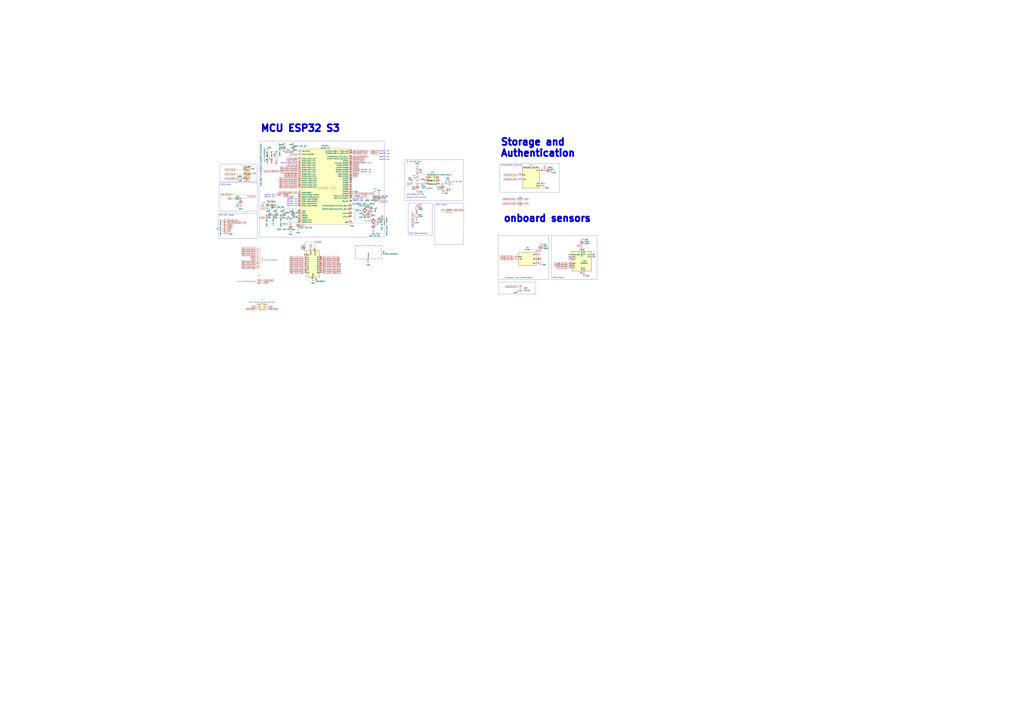
<source format=kicad_sch>
(kicad_sch (version 20230121) (generator eeschema)
  (paper "A0")
  (lib_symbols
    (symbol "Authentication & Security ICs:ATSHA204A-MAHDA-T" (pin_names (offset 1.016))
      (property "Reference" "U" (at -9.906 7.62 0))
      (property "Value" "ATSHA204A-MAHDA-T" (at -10.1854 -15.2654 0))
      (symbol "ATSHA204A-MAHDA-T_0_0"
        (pin power_in line (at 15.24 -10.16 180) (length 5.08) (name "GND") (number "4"))
        (pin bidirectional line (at -15.24 -2.54 0) (length 5.08) (name "SDA") (number "5"))
        (pin input clock (at -15.24 2.54 0) (length 5.08) (name "SCL") (number "6"))
        (pin power_in line (at 15.24 7.62 180) (length 5.08) (name "VCC") (number "8"))
        (pin power_in line (at 15.24 -7.62 180) (length 5.08) (name "EXP") (number "9"))
      )
    )
    (symbol "Connector:Conn_01x07_Socket" (pin_names (offset 1.016) hide)
      (property "Reference" "J" (at 0 10.16 0))
      (property "Value" "Conn_01x07_Socket" (at 0 -10.16 0))
      (symbol "Conn_01x07_Socket_1_1"
        (pin passive line (at -5.08 7.62 0) (length 3.81) (name "Pin_1") (number "1"))
        (pin passive line (at -5.08 5.08 0) (length 3.81) (name "Pin_2") (number "2"))
        (pin passive line (at -5.08 2.54 0) (length 3.81) (name "Pin_3") (number "3"))
        (pin passive line (at -5.08 0 0) (length 3.81) (name "Pin_4") (number "4"))
        (pin passive line (at -5.08 -2.54 0) (length 3.81) (name "Pin_5") (number "5"))
        (pin passive line (at -5.08 -5.08 0) (length 3.81) (name "Pin_6") (number "6"))
        (pin passive line (at -5.08 -7.62 0) (length 3.81) (name "Pin_7") (number "7"))
      )
    )
    (symbol "Connector:Conn_01x10_Socket" (pin_names (offset 1.016) hide)
      (property "Reference" "J" (at 0 12.7 0))
      (property "Value" "Conn_01x10_Socket" (at 0 -15.24 0))
      (symbol "Conn_01x10_Socket_1_1"
        (pin passive line (at -5.08 10.16 0) (length 3.81) (name "Pin_1") (number "1"))
        (pin passive line (at -5.08 -12.7 0) (length 3.81) (name "Pin_10") (number "10"))
        (pin passive line (at -5.08 7.62 0) (length 3.81) (name "Pin_2") (number "2"))
        (pin passive line (at -5.08 5.08 0) (length 3.81) (name "Pin_3") (number "3"))
        (pin passive line (at -5.08 2.54 0) (length 3.81) (name "Pin_4") (number "4"))
        (pin passive line (at -5.08 0 0) (length 3.81) (name "Pin_5") (number "5"))
        (pin passive line (at -5.08 -2.54 0) (length 3.81) (name "Pin_6") (number "6"))
        (pin passive line (at -5.08 -5.08 0) (length 3.81) (name "Pin_7") (number "7"))
        (pin passive line (at -5.08 -7.62 0) (length 3.81) (name "Pin_8") (number "8"))
        (pin passive line (at -5.08 -10.16 0) (length 3.81) (name "Pin_9") (number "9"))
      )
    )
    (symbol "Connector:Screw_Terminal_01x02" (pin_names (offset 1.016) hide)
      (property "Reference" "J" (at 0 2.54 0))
      (property "Value" "Screw_Terminal_01x02" (at 0 -5.08 0))
      (symbol "Screw_Terminal_01x02_1_1"
        (pin passive line (at -5.08 0 0) (length 3.81) (name "Pin_1") (number "1"))
        (pin passive line (at -5.08 -2.54 0) (length 3.81) (name "Pin_2") (number "2"))
      )
    )
    (symbol "Connector:TestPoint" (pin_numbers hide) (pin_names (offset 0.762) hide)
      (property "Reference" "TP" (at 0 6.858 0))
      (property "Value" "TestPoint" (at 0 5.08 0))
      (symbol "TestPoint_1_1"
        (pin passive line (at 0 0 90) (length 2.54) (name "1") (number "1"))
      )
    )
    (symbol "Connector_Generic:Conn_02x03_Counter_Clockwise" (pin_names (offset 1.016) hide)
      (property "Reference" "J" (at 1.27 5.08 0))
      (property "Value" "Conn_02x03_Counter_Clockwise" (at 1.27 -5.08 0))
      (symbol "Conn_02x03_Counter_Clockwise_1_1"
        (pin passive line (at -5.08 2.54 0) (length 3.81) (name "Pin_1") (number "1"))
        (pin passive line (at -5.08 0 0) (length 3.81) (name "Pin_2") (number "2"))
        (pin passive line (at -5.08 -2.54 0) (length 3.81) (name "Pin_3") (number "3"))
        (pin passive line (at 7.62 -2.54 180) (length 3.81) (name "Pin_4") (number "4"))
        (pin passive line (at 7.62 0 180) (length 3.81) (name "Pin_5") (number "5"))
        (pin passive line (at 7.62 2.54 180) (length 3.81) (name "Pin_6") (number "6"))
      )
    )
    (symbol "Device:Buzzer" (pin_names (offset 0.0254) hide)
      (property "Reference" "BZ" (at 3.81 1.27 0))
      (property "Value" "Buzzer" (at 3.81 -1.27 0))
      (symbol "Buzzer_1_1"
        (pin passive line (at -2.54 2.54 0) (length 2.54) (name "-") (number "1"))
        (pin passive line (at -2.54 -2.54 0) (length 2.54) (name "+") (number "2"))
      )
    )
    (symbol "Device:C" (pin_numbers hide) (pin_names (offset 0.254))
      (property "Reference" "C" (at 0.635 2.54 0))
      (property "Value" "C" (at 0.635 -2.54 0))
      (symbol "C_1_1"
        (pin passive line (at 0 3.81 270) (length 2.794) (name "~") (number "1"))
        (pin passive line (at 0 -3.81 90) (length 2.794) (name "~") (number "2"))
      )
    )
    (symbol "Device:Crystal_GND24_Small" (pin_names (offset 1.016) hide)
      (property "Reference" "Y" (at 1.27 4.445 0))
      (property "Value" "Crystal_GND24_Small" (at 1.27 2.54 0))
      (symbol "Crystal_GND24_Small_1_1"
        (pin passive line (at -2.54 0 0) (length 1.27) (name "1") (number "1"))
        (pin passive line (at 0 -2.54 90) (length 0.635) (name "2") (number "2"))
        (pin passive line (at 2.54 0 180) (length 1.27) (name "3") (number "3"))
        (pin passive line (at 0 2.54 270) (length 0.635) (name "4") (number "4"))
      )
    )
    (symbol "Device:L" (pin_numbers hide) (pin_names (offset 1.016) hide)
      (property "Reference" "L" (at -1.27 0 90))
      (property "Value" "L" (at 1.905 0 90))
      (symbol "L_1_1"
        (pin passive line (at 0 3.81 270) (length 1.27) (name "1") (number "1"))
        (pin passive line (at 0 -3.81 90) (length 1.27) (name "2") (number "2"))
      )
    )
    (symbol "Device:LED_GBRC" (pin_names (offset 0) hide)
      (property "Reference" "D" (at 0 9.398 0))
      (property "Value" "Device_LED_GBRC" (at 0 -8.89 0))
      (symbol "LED_GBRC_0_0"
        (text "B" (at 1.905 -6.35 0) (effects (font (size 1.27 1.27))))
        (text "G" (at 1.905 -1.27 0) (effects (font (size 1.27 1.27))))
        (text "R" (at 1.905 3.81 0) (effects (font (size 1.27 1.27))))
      )
      (symbol "LED_GBRC_1_1"
        (pin passive line (at 5.08 0 180) (length 2.54) (name "GA") (number "1"))
        (pin passive line (at 5.08 -5.08 180) (length 2.54) (name "BA") (number "2"))
        (pin passive line (at 5.08 5.08 180) (length 2.54) (name "RA") (number "3"))
        (pin passive line (at -5.08 0 0) (length 2.54) (name "K") (number "4"))
      )
    )
    (symbol "Device:Polyfuse" (pin_numbers hide) (pin_names (offset 0))
      (property "Reference" "F" (at -2.54 0 90))
      (property "Value" "Polyfuse" (at 2.54 0 90))
      (symbol "Polyfuse_1_1"
        (pin passive line (at 0 3.81 270) (length 1.27) (name "~") (number "1"))
        (pin passive line (at 0 -3.81 90) (length 1.27) (name "~") (number "2"))
      )
    )
    (symbol "Device:R" (pin_numbers hide) (pin_names (offset 0))
      (property "Reference" "R" (at 2.032 0 90))
      (property "Value" "R" (at 0 0 90))
      (symbol "R_1_1"
        (pin passive line (at 0 3.81 270) (length 1.27) (name "~") (number "1"))
        (pin passive line (at 0 -3.81 90) (length 1.27) (name "~") (number "2"))
      )
    )
    (symbol "Device:RFShield_OnePiece" (pin_names (offset 1.016))
      (property "Reference" "J" (at 0 5.08 0))
      (property "Value" "RFShield_OnePiece" (at 0 2.54 0))
      (symbol "RFShield_OnePiece_1_1"
        (pin passive line (at 0 -10.16 90) (length 2.54) (name "Shield") (number "1"))
      )
    )
    (symbol "Espressif:ESP32-S3" (pin_names (offset 1.016))
      (property "Reference" "U" (at 0 46.99 0))
      (property "Value" "ESP32-S3" (at 0 -43.18 0))
      (symbol "ESP32-S3_0_0"
        (text "ESP32-S3" (at 1.27 0 0) (effects (font (size 2.54 2.54))))
        (pin bidirectional line (at 30.48 -8.89 180) (length 2.54) (name "SPICLK_N/GPIO48") (number "36"))
        (pin bidirectional line (at 30.48 -11.43 180) (length 2.54) (name "SPICLK_P/GPIO47") (number "37"))
      )
      (symbol "ESP32-S3_1_1"
        (pin bidirectional line (at -31.75 43.18 0) (length 2.54) (name "LNA_IN/RF") (number "1"))
        (pin bidirectional line (at -31.75 24.13 0) (length 2.54) (name "GPIO5/ADC1_CH4") (number "10"))
        (pin bidirectional line (at -31.75 21.59 0) (length 2.54) (name "GPIO6/ADC1_CH5") (number "11"))
        (pin bidirectional line (at -31.75 19.05 0) (length 2.54) (name "GPIO7/ADC1_CH6") (number "12"))
        (pin bidirectional line (at -31.75 16.51 0) (length 2.54) (name "GPIO8/ADC1_CH7") (number "13"))
        (pin bidirectional line (at -31.75 13.97 0) (length 2.54) (name "GPIO9/ADC1_CH8") (number "14"))
        (pin bidirectional line (at -31.75 11.43 0) (length 2.54) (name "GPIO10/ADC1_CH9") (number "15"))
        (pin bidirectional line (at -31.75 8.89 0) (length 2.54) (name "GPIO11/ADC2_CH0") (number "16"))
        (pin bidirectional line (at -31.75 6.35 0) (length 2.54) (name "GPIO12/ADC2_CH1") (number "17"))
        (pin bidirectional line (at -31.75 3.81 0) (length 2.54) (name "GPIO13/ADC2_CH2") (number "18"))
        (pin bidirectional line (at -31.75 1.27 0) (length 2.54) (name "GPIO14/ADC2_CH3") (number "19"))
        (pin power_in line (at -31.75 -31.75 0) (length 2.54) (name "VDD3P3") (number "2"))
        (pin power_in line (at -31.75 -36.83 0) (length 2.54) (name "VDD3P3_RTC") (number "20"))
        (pin input clock (at 30.48 -20.32 180) (length 2.54) (name "GPIO15/ADC2_CH4/XTAL_32K_P") (number "21"))
        (pin output clock (at 30.48 -24.13 180) (length 2.54) (name "GPIO16/ADC2_CH5/XTAL_32K_N") (number "22"))
        (pin bidirectional line (at 30.48 34.29 180) (length 2.54) (name "GPIO17/ADC2_CH6/DAC_2") (number "23"))
        (pin bidirectional line (at 30.48 36.83 180) (length 2.54) (name "GPIO18/ADC2_CH7/DAC_1") (number "24"))
        (pin bidirectional line (at 30.48 43.18 180) (length 2.54) (name "GPIO19/USB_D-/ADC2_CH8") (number "25"))
        (pin bidirectional line (at 30.48 40.64 180) (length 2.54) (name "GPIO20/USB_D+/ADC2_CH9") (number "26"))
        (pin bidirectional line (at 30.48 31.75 180) (length 2.54) (name "GPIO21") (number "27"))
        (pin bidirectional line (at 30.48 29.21 180) (length 2.54) (name "SPI_CS1/GPIO26") (number "28"))
        (pin power_out line (at 30.48 -15.24 180) (length 2.54) (name "VDD_SPI") (number "29"))
        (pin power_in line (at -31.75 -34.29 0) (length 2.54) (name "VDD3P3") (number "3"))
        (pin bidirectional line (at 30.48 26.67 180) (length 2.54) (name "SPIHD/GPIO27") (number "30"))
        (pin bidirectional line (at 30.48 24.13 180) (length 2.54) (name "SPIWP/GPIO28") (number "31"))
        (pin bidirectional line (at 30.48 21.59 180) (length 2.54) (name "SPICS0/GPIO29") (number "32"))
        (pin bidirectional line (at 30.48 19.05 180) (length 2.54) (name "SPICLK/GPIO30") (number "33"))
        (pin bidirectional line (at 30.48 16.51 180) (length 2.54) (name "SPIQ/GPIO31") (number "34"))
        (pin bidirectional line (at 30.48 13.97 180) (length 2.54) (name "SPID/GPIO32") (number "35"))
        (pin bidirectional line (at 30.48 11.43 180) (length 2.54) (name "GPIO33") (number "38"))
        (pin bidirectional line (at 30.48 8.89 180) (length 2.54) (name "GPIO34") (number "39"))
        (pin input line (at -31.75 39.37 0) (length 2.54) (name "CHIP_PU/RESET") (number "4"))
        (pin bidirectional line (at 30.48 6.35 180) (length 2.54) (name "GPIO35") (number "40"))
        (pin bidirectional line (at 30.48 3.81 180) (length 2.54) (name "GPIO36") (number "41"))
        (pin bidirectional line (at 30.48 1.27 180) (length 2.54) (name "GPIO37") (number "42"))
        (pin bidirectional line (at 30.48 -1.27 180) (length 2.54) (name "GPIO38") (number "43"))
        (pin bidirectional line (at -31.75 -12.7 0) (length 2.54) (name "MTCK/JTAG/GPIO39") (number "44"))
        (pin bidirectional line (at -31.75 -15.24 0) (length 2.54) (name "MTDO/JTAG/GPIO40") (number "45"))
        (pin power_in line (at -31.75 -39.37 0) (length 2.54) (name "VDD3P3_CPU") (number "46"))
        (pin bidirectional line (at -31.75 -17.78 0) (length 2.54) (name "MTDI/JTAG/GPIO41") (number "47"))
        (pin bidirectional line (at -31.75 -20.32 0) (length 2.54) (name "MTMS/JTAG/GPIO42") (number "48"))
        (pin bidirectional line (at -31.75 -7.62 0) (length 2.54) (name "U0TXD/PROG/GPIO43") (number "49"))
        (pin bidirectional line (at -31.75 -5.08 0) (length 2.54) (name "GPIO0/BOOT") (number "5"))
        (pin bidirectional line (at -31.75 -10.16 0) (length 2.54) (name "U0RXD/PROG/GPIO44") (number "50"))
        (pin bidirectional line (at 30.48 -3.81 180) (length 2.54) (name "GPIO45") (number "51"))
        (pin bidirectional line (at 30.48 -6.35 180) (length 2.54) (name "GPIO46") (number "52"))
        (pin input clock (at 30.48 -29.21 180) (length 2.54) (name "XTAL_N") (number "53"))
        (pin output clock (at 30.48 -33.02 180) (length 2.54) (name "XTAL_P") (number "54"))
        (pin power_in line (at -31.75 -26.67 0) (length 2.54) (name "VDDA") (number "55"))
        (pin power_in line (at -31.75 -29.21 0) (length 2.54) (name "VDDA") (number "56"))
        (pin power_in line (at 30.48 -39.37 180) (length 2.54) (name "GND") (number "57"))
        (pin bidirectional line (at -31.75 34.29 0) (length 2.54) (name "GPIO1/ADC1_CH0") (number "6"))
        (pin bidirectional line (at -31.75 31.75 0) (length 2.54) (name "GPIO2/ADC1_CH1") (number "7"))
        (pin bidirectional line (at -31.75 29.21 0) (length 2.54) (name "GPIO3/ADC1_CH2") (number "8"))
        (pin bidirectional line (at -31.75 26.67 0) (length 2.54) (name "GPIO4/ADC1_CH3") (number "9"))
      )
    )
    (symbol "Logic_LevelTranslator:TXS0108EPW"
      (property "Reference" "U" (at -6.35 16.51 0))
      (property "Value" "TXS0108EPW" (at 3.81 16.51 0))
      (symbol "TXS0108EPW_1_1"
        (pin bidirectional line (at -10.16 7.62 0) (length 2.54) (name "A1") (number "1"))
        (pin input line (at -10.16 10.16 0) (length 2.54) (name "OE") (number "10"))
        (pin power_in line (at 0 -17.78 90) (length 2.54) (name "GND") (number "11"))
        (pin bidirectional line (at 10.16 -10.16 180) (length 2.54) (name "B8") (number "12"))
        (pin bidirectional line (at 10.16 -7.62 180) (length 2.54) (name "B7") (number "13"))
        (pin bidirectional line (at 10.16 -5.08 180) (length 2.54) (name "B6") (number "14"))
        (pin bidirectional line (at 10.16 -2.54 180) (length 2.54) (name "B5") (number "15"))
        (pin bidirectional line (at 10.16 0 180) (length 2.54) (name "B4") (number "16"))
        (pin bidirectional line (at 10.16 2.54 180) (length 2.54) (name "B3") (number "17"))
        (pin bidirectional line (at 10.16 5.08 180) (length 2.54) (name "B2") (number "18"))
        (pin power_in line (at 2.54 17.78 270) (length 2.54) (name "VCCB") (number "19"))
        (pin power_in line (at -2.54 17.78 270) (length 2.54) (name "VCCA") (number "2"))
        (pin bidirectional line (at 10.16 7.62 180) (length 2.54) (name "B1") (number "20"))
        (pin bidirectional line (at -10.16 5.08 0) (length 2.54) (name "A2") (number "3"))
        (pin bidirectional line (at -10.16 2.54 0) (length 2.54) (name "A3") (number "4"))
        (pin bidirectional line (at -10.16 0 0) (length 2.54) (name "A4") (number "5"))
        (pin bidirectional line (at -10.16 -2.54 0) (length 2.54) (name "A5") (number "6"))
        (pin bidirectional line (at -10.16 -5.08 0) (length 2.54) (name "A6") (number "7"))
        (pin bidirectional line (at -10.16 -7.62 0) (length 2.54) (name "A7") (number "8"))
        (pin bidirectional line (at -10.16 -10.16 0) (length 2.54) (name "A8") (number "9"))
      )
    )
    (symbol "Power_Management:ST01S09_AUR9718x_DFN_3x3mm_6_pin"
      (property "Reference" "AU1" (at -2.54 10.033 0))
      (property "Value" "AUR9718x_DFN_3x3mm_6_pin" (at -2.54 7.493 0))
      (symbol "ST01S09_AUR9718x_DFN_3x3mm_6_pin_1_1"
        (pin input line (at -10.16 3.048 0) (length 2.54) (name "FB") (number "1"))
        (pin output line (at -10.16 -0.254 0) (length 2.54) (name "GND") (number "2"))
        (pin bidirectional line (at -10.16 -4.064 0) (length 2.54) (name "SW") (number "3"))
        (pin input line (at 5.08 -4.064 180) (length 2.54) (name "VIN_SW") (number "4"))
        (pin power_out line (at 5.08 -0.254 180) (length 2.54) (name "VIN_A") (number "5"))
        (pin power_in line (at 5.08 3.048 180) (length 2.54) (name "EN") (number "6"))
        (pin output line (at -10.16 -0.254 0) (length 2.54) (name "GND") (number "7"))
      )
    )
    (symbol "RF:U.FL-R-SMT(01)" (pin_names (offset 1.016))
      (property "Reference" "J" (at -3.81 4.064 0))
      (property "Value" "U.FL-R-SMT(01)" (at -4.318 -5.588 0))
      (symbol "U.FL-R-SMT(01)_0_0"
        (pin passive line (at -10.16 -2.54 0) (length 2.54) (name "GND") (number "1"))
        (pin passive line (at -10.16 -2.54 0) (length 2.54) (name "GND") (number "2"))
        (pin passive line (at -10.16 2.54 0) (length 2.54) (name "SIG") (number "3"))
      )
    )
    (symbol "RF_WiFi:SMD-BUILT-IN-ANTENNA-2.4GHZ(2P-9.5X2.1MM)" (pin_names (offset 1.016))
      (property "Reference" "ANT" (at -2.54 1.905 0))
      (property "Value" "SMD-BUILT-IN-ANTENNA-2.4GHZ(2P-9.5X2.1MM)" (at -20.828 5.588 0))
      (symbol "SMD-BUILT-IN-ANTENNA-2.4GHZ(2P-9.5X2.1MM)_0_0"
        (pin bidirectional line (at -7.62 0 0) (length 2.54) (name "1") (number "1"))
        (pin bidirectional line (at 7.62 0 180) (length 2.54) (name "2") (number "2"))
      )
    )
    (symbol "Sensor:AHT20" (pin_names (offset 1.016))
      (property "Reference" "U" (at -10.16 8.509 0))
      (property "Value" "AHT20" (at -10.16 -10.16 0))
      (symbol "AHT20_0_0"
        (pin no_connect line (at 15.24 0 180) (length 5.08) (name "NC") (number "1"))
        (pin power_in line (at 15.24 5.08 180) (length 5.08) (name "VDD") (number "2"))
        (pin input clock (at -15.24 2.54 0) (length 5.08) (name "SCL") (number "3"))
        (pin bidirectional line (at -15.24 0 0) (length 5.08) (name "SDA") (number "4"))
        (pin power_in line (at 15.24 -5.08 180) (length 5.08) (name "GND") (number "5"))
        (pin no_connect line (at 15.24 0 180) (length 5.08) (name "NC") (number "6"))
      )
    )
    (symbol "Sensor_Motion:LSM6DS3"
      (property "Reference" "U" (at -11.43 15.24 0))
      (property "Value" "LSM6DS3" (at -11.43 12.7 0))
      (symbol "LSM6DS3_1_1"
        (pin bidirectional line (at -15.24 7.62 0) (length 3.81) (name "SDO/SA0") (number "1"))
        (pin no_connect line (at 10.16 -5.08 180) (length 3.81) hide (name "NC") (number "10"))
        (pin no_connect line (at 10.16 -2.54 180) (length 3.81) hide (name "NC") (number "11"))
        (pin input line (at -15.24 -7.62 0) (length 3.81) (name "CS") (number "12"))
        (pin input line (at -15.24 -5.08 0) (length 3.81) (name "SCL") (number "13"))
        (pin bidirectional line (at -15.24 -2.54 0) (length 3.81) (name "SDA") (number "14"))
        (pin bidirectional line (at -15.24 5.08 0) (length 3.81) (name "SDX") (number "2"))
        (pin input line (at -15.24 2.54 0) (length 3.81) (name "SCX") (number "3"))
        (pin output line (at 15.24 7.62 180) (length 3.81) (name "INT1") (number "4"))
        (pin power_in line (at 0 15.24 270) (length 3.81) (name "VDDIO") (number "5"))
        (pin power_in line (at 0 -15.24 90) (length 3.81) (name "GND") (number "6"))
        (pin power_in line (at 2.54 -15.24 90) (length 3.81) (name "GND") (number "7"))
        (pin power_in line (at 2.54 15.24 270) (length 3.81) (name "VDD") (number "8"))
        (pin output line (at 15.24 5.08 180) (length 3.81) (name "INT2") (number "9"))
      )
    )
    (symbol "power:GND" (power) (pin_names (offset 0))
      (property "Value" "GND" (at 0 -3.81 0))
      (symbol "GND_1_1"
        (pin power_in line (at 0 0 270) (length 0) hide (name "GND") (number "1"))
      )
    )
  )
  (junction (at 340.4362 253.0348))
  (junction (at 509.7526 209.8294))
  (junction (at 337.3882 260.2738))
  (junction (at 315.9252 242.1128))
  (junction (at 509.7526 213.6394))
  (junction (at 433.5272 259.5118))
  (junction (at 329.7682 175.5648))
  (junction (at 513.8166 213.6394))
  (junction (at 346.2782 253.0348))
  (junction (at 310.7182 242.1128))
  (junction (at 346.2782 258.1148))
  (junction (at 279.4762 230.6828))
  (junction (at 321.0052 175.5648))
  (junction (at 435.1782 233.9848))
  (junction (at 423.6212 241.8588))
  (junction (at 483.9716 246.0244))
  (junction (at 321.0052 253.0348))
  (junction (at 484.4796 202.0824))
  (junction (at 484.4796 213.6394))
  (junction (at 346.2782 245.4148))
  (junction (at 365.9632 281.2796))
  (junction (at 313.3852 253.0348))
  (junction (at 678.1292 318.8208))
  (junction (at 517.8806 213.6394))
  (junction (at 340.4362 175.5648))
  (junction (at 423.6212 247.0658))
  (junction (at 329.7682 253.0348))
  (junction (at 675.5892 288.3408))
  (junction (at 409.7782 225.0948))
  (junction (at 433.5272 254.4318))
  (junction (at 513.8166 221.8944))
  (no_connect (at 660.3492 298.5008))
  (no_connect (at 408.5082 227.6348))
  (no_connect (at 660.3492 295.9608))
  (no_connect (at 408.5082 230.1748))
  (no_connect (at 346.2782 239.0648))
  (no_connect (at 690.8292 298.5008))
  (no_connect (at 346.2782 231.4448))
  (no_connect (at 660.3492 301.0408))
  (no_connect (at 321.0052 190.8048))
  (no_connect (at 346.2782 236.5248))
  (no_connect (at 690.8292 295.9608))
  (no_connect (at 631.9266 213.36))
  (no_connect (at 346.2782 233.9848))
  (wire (pts (xy 431.2412 248.5898) (xy 431.2412 249.6058)))
  (wire (pts (xy 423.6212 247.0658) (xy 411.8102 247.0658)))
  (polyline (pts (xy 639.9022 324.7898) (xy 693.2422 324.7898)))
  (wire (pts (xy 433.5272 267.2588) (xy 433.5272 267.1318)))
  (wire (pts (xy 353.2124 281.2542) (xy 353.2124 283.6418)))
  (wire (pts (xy 274.2692 202.3618) (xy 281.8892 202.3618)))
  (wire (pts (xy 479.0186 246.0244) (xy 483.9716 246.0244)))
  (wire (pts (xy 486.8926 213.6394) (xy 484.4796 213.6394)))
  (wire (pts (xy 315.4172 175.5648) (xy 321.0052 175.5648)))
  (polyline (pts (xy 473.8116 235.8644) (xy 502.0056 235.8644)))
  (polyline (pts (xy 538.3276 236.1184) (xy 538.0736 284.1244)))
  (wire (pts (xy 484.4796 202.0824) (xy 494.5126 202.0824)))
  (wire (pts (xy 632.4346 198.12) (xy 631.9266 198.12)))
  (polyline (pts (xy 255.2192 190.9318) (xy 255.2192 211.2518)))
  (polyline (pts (xy 502.0056 235.8644) (xy 502.0056 272.9484)))
  (polyline (pts (xy 299.2882 212.2678) (xy 299.2882 245.4148)))
  (polyline (pts (xy 253.5936 277.1648) (xy 298.5516 277.1648)))
  (wire (pts (xy 430.9872 256.9718) (xy 430.0982 256.9718)))
  (wire (pts (xy 353.2124 281.2542) (xy 365.9632 281.2796)))
  (wire (pts (xy 297.8912 353.949) (xy 310.5912 353.949)))
  (polyline (pts (xy 470.0016 233.1974) (xy 470.0016 185.3184)))
  (polyline (pts (xy 504.7996 284.1244) (xy 538.0736 284.1244)))
  (polyline (pts (xy 298.5516 248.2088) (xy 298.5516 277.1648)))
  (wire (pts (xy 340.4362 175.5648) (xy 346.2782 175.5648)))
  (wire (pts (xy 327.3552 226.3648) (xy 327.9902 226.3648)))
  (wire (pts (xy 313.3852 253.0348) (xy 321.0052 253.0348)))
  (polyline (pts (xy 578.866 341.8586) (xy 622.046 341.8586)))
  (wire (pts (xy 423.6212 248.5898) (xy 423.6212 247.0658)))
  (wire (pts (xy 421.0812 244.5258) (xy 420.1922 244.5258)))
  (wire (pts (xy 415.4932 242.8748) (xy 415.4932 241.8588)))
  (wire (pts (xy 675.5892 285.5468) (xy 675.5892 288.3408)))
  (polyline (pts (xy 298.3992 190.9318) (xy 255.2192 190.9318)))
  (wire (pts (xy 270.0782 230.6828) (xy 271.8562 230.6828)))
  (wire (pts (xy 346.2782 245.4148) (xy 346.2782 247.9548)))
  (polyline (pts (xy 301.3202 163.8808) (xy 446.1002 163.8808)))
  (polyline (pts (xy 578.866 327.8886) (xy 578.866 341.8586)))
  (wire (pts (xy 353.2378 296.5196) (xy 353.2632 296.5196)))
  (wire (pts (xy 509.7526 209.8294) (xy 509.7526 213.6394)))
  (wire (pts (xy 483.9716 245.8974) (xy 483.9716 246.0244)))
  (wire (pts (xy 287.0962 225.9838) (xy 287.0962 230.6828)))
  (wire (pts (xy 509.7526 206.5274) (xy 509.7526 209.8294)))
  (wire (pts (xy 411.4292 259.5118) (xy 433.5272 259.5118)))
  (wire (pts (xy 310.7182 242.1128) (xy 315.9252 242.1128)))
  (polyline (pts (xy 446.1002 275.3868) (xy 301.3202 275.3868)))
  (wire (pts (xy 433.5272 254.4318) (xy 412.9532 254.4318)))
  (wire (pts (xy 408.5082 233.9848) (xy 435.1782 233.9848)))
  (wire (pts (xy 270.0782 225.9838) (xy 287.0962 225.9838)))
  (wire (pts (xy 513.8166 222.7834) (xy 513.8166 221.8944)))
  (wire (pts (xy 678.1292 288.3408) (xy 675.5892 288.3408)))
  (wire (pts (xy 365.9632 281.2542) (xy 365.9632 281.2796)))
  (wire (pts (xy 513.8166 221.8944) (xy 513.8166 221.2594)))
  (polyline (pts (xy 254.3302 245.2878) (xy 254.3302 212.2678)))
  (wire (pts (xy 435.1782 233.9848) (xy 440.0042 233.9848)))
  (wire (pts (xy 346.2782 242.1128) (xy 346.2782 245.4148)))
  (polyline (pts (xy 639.9022 273.8628) (xy 693.2422 273.8628)))
  (wire (pts (xy 411.8102 239.0648) (xy 408.5082 239.0648)))
  (wire (pts (xy 411.8102 239.0648) (xy 411.8102 247.0658)))
  (wire (pts (xy 342.0872 228.9048) (xy 346.2782 228.9048)))
  (polyline (pts (xy 578.4596 273.7612) (xy 636.9812 273.8628)))
  (wire (pts (xy 423.6212 241.8588) (xy 415.4932 241.8588)))
  (polyline (pts (xy 299.4152 245.2878) (xy 254.3302 245.2878)))
  (wire (pts (xy 365.9632 281.2796) (xy 367.03 281.2796)))
  (wire (pts (xy 337.3882 260.2738) (xy 333.4512 260.2738)))
  (polyline (pts (xy 639.9022 324.7898) (xy 639.9022 273.8628)))
  (polyline (pts (xy 622.046 341.8586) (xy 622.046 327.8886)))
  (wire (pts (xy 494.5126 206.5274) (xy 494.5126 202.0824)))
  (wire (pts (xy 411.4292 251.7648) (xy 411.4292 259.5118)))
  (wire (pts (xy 292.0492 202.3618) (xy 297.1292 202.3618)))
  (wire (pts (xy 412.9532 254.4318) (xy 412.9532 247.9548)))
  (wire (pts (xy 433.5272 259.6388) (xy 433.5272 259.5118)))
  (wire (pts (xy 337.3882 255.5748) (xy 337.3882 260.2738)))
  (polyline (pts (xy 470.0016 185.3184) (xy 537.9466 185.3184)))
  (wire (pts (xy 434.6702 241.8588) (xy 435.4322 241.8588)))
  (wire (pts (xy 627.761 291.3888) (xy 627.761 295.7576)))
  (wire (pts (xy 433.5272 254.3048) (xy 433.5272 254.4318)))
  (polyline (pts (xy 580.1106 223.52) (xy 580.1106 189.992)))
  (polyline (pts (xy 502.0056 272.9484) (xy 473.8116 272.9484)))
  (wire (pts (xy 660.3492 311.2008) (xy 660.2222 311.2008)))
  (wire (pts (xy 436.9562 254.4318) (xy 433.5272 254.4318)))
  (wire (pts (xy 340.4362 253.0348) (xy 346.2782 253.0348)))
  (wire (pts (xy 333.4512 260.2738) (xy 333.4512 258.1148)))
  (wire (pts (xy 365.9632 281.2542) (xy 367.03 281.2542)))
  (wire (pts (xy 310.3372 174.0408) (xy 310.3372 175.5648)))
  (wire (pts (xy 410.4132 225.0948) (xy 409.7782 225.0948)))
  (polyline (pts (xy 253.5936 248.2088) (xy 253.5936 277.1648)))
  (wire (pts (xy 367.03 281.2542) (xy 367.03 281.2796)))
  (wire (pts (xy 440.0042 226.3648) (xy 440.0042 225.7298)))
  (polyline (pts (xy 580.1106 189.992) (xy 649.3256 189.992)))
  (wire (pts (xy 365.9632 281.2796) (xy 365.9632 288.8996)))
  (wire (pts (xy 353.2378 291.2618) (xy 353.2378 296.5196)))
  (polyline (pts (xy 473.8116 235.8644) (xy 473.8116 272.9484)))
  (wire (pts (xy 346.2782 250.4948) (xy 346.2782 253.0348)))
  (wire (pts (xy 409.7782 225.0948) (xy 408.5082 225.0948)))
  (wire (pts (xy 321.0052 175.5648) (xy 329.7682 175.5648)))
  (wire (pts (xy 346.2782 255.5748) (xy 337.3882 255.5748)))
  (polyline (pts (xy 537.9466 233.1974) (xy 470.0016 233.1974)))
  (polyline (pts (xy 578.4596 324.6882) (xy 636.9812 324.7898)))
  (wire (pts (xy 346.1512 223.8248) (xy 346.2782 223.8248)))
  (wire (pts (xy 678.1292 318.8208) (xy 675.5892 318.8208)))
  (wire (pts (xy 321.0052 253.0348) (xy 329.7682 253.0348)))
  (polyline (pts (xy 636.9812 273.8628) (xy 636.9812 324.7898)))
  (polyline (pts (xy 622.046 327.8886) (xy 578.866 327.8886)))
  (wire (pts (xy 333.4512 258.1148) (xy 346.2782 258.1148)))
  (polyline (pts (xy 504.7996 284.1244) (xy 505.0536 236.1184)))
  (polyline (pts (xy 254.3302 212.2678) (xy 299.2882 212.2678)))
  (wire (pts (xy 335.6102 226.3648) (xy 346.2782 226.3648)))
  (wire (pts (xy 308.8132 242.1128) (xy 310.7182 242.1128)))
  (polyline (pts (xy 649.3256 189.992) (xy 649.3256 223.52)))
  (wire (pts (xy 478.0026 213.6394) (xy 484.4796 213.6394)))
  (polyline (pts (xy 693.2422 273.8628) (xy 693.2422 324.7898)))
  (wire (pts (xy 601.726 332.9686) (xy 602.742 332.9686)))
  (wire (pts (xy 345.3892 189.5348) (xy 346.2782 189.5348)))
  (wire (pts (xy 423.6212 241.8588) (xy 423.6212 241.9858)))
  (wire (pts (xy 509.7526 213.6394) (xy 513.8166 213.6394)))
  (wire (pts (xy 337.3882 175.5648) (xy 340.4362 175.5648)))
  (wire (pts (xy 484.4796 202.0824) (xy 484.4796 203.7334)))
  (polyline (pts (xy 505.0536 236.1184) (xy 538.3276 236.1184)))
  (polyline (pts (xy 537.9466 185.3184) (xy 537.9466 233.1974)))
  (wire (pts (xy 353.2124 283.6418) (xy 353.2378 283.6418)))
  (polyline (pts (xy 255.2192 211.2518) (xy 298.3992 211.2518)))
  (polyline (pts (xy 298.5516 248.2088) (xy 253.5936 248.2088)))
  (wire (pts (xy 408.5082 251.7648) (xy 411.4292 251.7648)))
  (polyline (pts (xy 446.1002 163.8808) (xy 446.1002 275.3868)))
  (wire (pts (xy 315.9252 242.1128) (xy 346.2782 242.1128)))
  (wire (pts (xy 513.8166 213.6394) (xy 517.8806 213.6394)))
  (polyline (pts (xy 578.4596 324.6882) (xy 578.4596 273.7612)))
  (wire (pts (xy 484.4796 213.6394) (xy 484.4796 211.3534)))
  (wire (pts (xy 410.7942 228.1428) (xy 409.7782 228.1428)))
  (wire (pts (xy 409.7782 228.1428) (xy 409.7782 225.0948)))
  (polyline (pts (xy 301.3202 275.3868) (xy 301.3202 163.8808)))
  (wire (pts (xy 420.1922 228.1428) (xy 418.4142 228.1428)))
  (polyline (pts (xy 649.3256 223.52) (xy 580.1106 223.52)))
  (wire (pts (xy 412.9532 247.9548) (xy 408.5082 247.9548)))
  (wire (pts (xy 408.5082 242.8748) (xy 415.4932 242.8748)))
  (wire (pts (xy 308.0512 253.0348) (xy 313.3852 253.0348)))
  (wire (pts (xy 427.0502 241.8588) (xy 423.6212 241.8588)))
  (wire (pts (xy 287.0962 230.6828) (xy 279.4762 230.6828)))
  (wire (pts (xy 337.3882 253.0348) (xy 340.4362 253.0348)))
  (wire (pts (xy 483.9716 246.0244) (xy 483.9716 246.6594)))
  (polyline (pts (xy 298.3992 211.2518) (xy 298.3992 190.9318)))
  (wire (pts (xy 435.1782 226.3648) (xy 435.1782 223.9518)))
  (wire (pts (xy 517.8806 213.6394) (xy 519.4046 213.6394)))
  (wire (pts (xy 281.8892 197.2818) (xy 274.3962 197.2818)))
  (text "Specific use" (at 419.0492 200.5838 0) (effects (font (size 1.27 1.27)) (justify left bottom)))
  (text "Vout=0.8x(1+R1/R2)" (at 471.7796 226.5934 0) (effects (font (size 1.27 1.27) italic) (justify left bottom)))
  (text "Specific use" (at 440.2582 186.0296 0) (effects (font (size 1.27 1.27)) (justify left bottom)))
  (text "onboard sensors" (at 584.0984 258.3434 0) (effects (font (size 8 8) (thickness 2) bold) (justify left bottom)))
  (text "3V3: R1=47K; R2=15K;" (at 472.1606 230.2764 0) (effects (font (size 1.27 1.27)) (justify left bottom)))
  (text "Specific use" (at 440.1058 176.1744 0) (effects (font (size 1.27 1.27)) (justify left bottom)))
  (text "Specific use" (at 418.9222 197.9168 0) (effects (font (size 1.27 1.27)) (justify left bottom)))
  (text "Specific use" (at 409.5242 231.8258 0) (effects (font (size 1.27 1.27)) (justify left bottom)))
  (text "Power Status Sensing" (at 474.8276 271.9324 0) (effects (font (size 1.27 1.27)) (justify left bottom)))
  (text "Specific use" (at 333.1972 237.0328 0) (effects (font (size 1.27 1.27)) (justify left bottom)))
  (text "DC 3V3 step down" (at 471.7796 188.6204 0) (effects (font (size 1.27 1.27)) (justify left bottom)))
  (text "Specific use" (at 333.0702 232.0798 0) (effects (font (size 1.27 1.27)) (justify left bottom)))
  (text "Specific use" (at 325.8312 190.1698 0) (effects (font (size 1.27 1.27)) (justify left bottom)))
  (text "ESP32 Reset" (at 255.7272 215.3158 0) (effects (font (size 1.27 1.27) italic) (justify left bottom)))
  (text "Specific use" (at 440.4868 178.9684 0) (effects (font (size 1.27 1.27)) (justify left bottom)))
  (text "Specific use" (at 418.7952 190.0428 0) (effects (font (size 1.27 1.27)) (justify left bottom)))
  (text "Authentication & Security" (at 581.5076 192.659 0) (effects (font (size 1.27 1.27) italic) (justify left bottom)))
  (text "Storage and \nAuthentication" (at 580.6694 182.5752 0) (effects (font (size 8 8) (thickness 2) bold) (justify left bottom)))
  (text "Specific use" (at 440.0042 182.753 0) (effects (font (size 1.27 1.27)) (justify left bottom)))
  (text "Specific use" (at 409.5242 233.7308 0) (effects (font (size 1.27 1.27)) (justify left bottom)))
  (text "Specific use" (at 307.0352 226.9998 0) (effects (font (size 1.27 1.27)) (justify left bottom)))
  (text "VIN 2.7V to 5.5V" (at 520.2936 211.8614 0) (effects (font (size 1.27 1.27) italic) (justify left bottom)))
  (text "Temperature and Humidity Sensor" (at 585.8002 323.5198 0) (effects (font (size 1.27 1.27)) (justify left bottom)))
  (text "Power Switch" (at 506.3236 238.6584 0) (effects (font (size 1.27 1.27)) (justify left bottom)))
  (text "ICSP UART Header" (at 254.2286 250.7488 0) (effects (font (size 1.27 1.27)) (justify left bottom)))
  (text "1uF to 6.8uF" (at 489.4326 219.7354 0) (effects (font (size 1.27 1.27) italic) (justify left bottom)))
  (text "MCU ESP32 S3" (at 301.9552 153.7208 0) (effects (font (size 8 8) (thickness 2) bold) (justify left bottom)))
  (text "Motion Sensor" (at 641.4262 323.3928 0) (effects (font (size 1.27 1.27)) (justify left bottom)))
  (text "Specific use" (at 333.0702 234.4928 0) (effects (font (size 1.27 1.27)) (justify left bottom)))
  (text "Specific use" (at 332.9432 239.5728 0) (effects (font (size 1.27 1.27)) (justify left bottom)))
  (text "Specific use" (at 306.9082 229.4128 0) (effects (font (size 1.27 1.27)) (justify left bottom)))
  (label "3V3" (at 297.1292 202.3618 180))
  (global_label "BAT_LEVEL_CH4" (shape input) (at 353.2632 306.6796 180) (property "Intersheetrefs" "${INTERSHEET_REFS}" (effects hide)))
  (global_label "BUZZER_IO17" (shape input) (at 408.5082 184.4548 0) (effects (font italic)) (property "Intersheetrefs" "${INTERSHEET_REFS}" (effects hide)))
  (global_label "BAT_LEVEL_CH2_IO6" (shape input) (at 373.5832 301.5996 0) (property "Intersheetrefs" "${INTERSHEET_REFS}" (effects hide)))
  (global_label "GPIO9_I2C_SCL" (shape input) (at 600.1512 231.2924 180) (property "Intersheetrefs" "${INTERSHEET_REFS}" (effects hide)))
  (global_label "IMU_CS_IO21" (shape input) (at 408.5082 186.9948 0) (effects (font italic)) (property "Intersheetrefs" "${INTERSHEET_REFS}" (effects hide)))
  (global_label "IO14_LED_G" (shape input) (at 274.2692 202.3618 180) (property "Intersheetrefs" "${INTERSHEET_REFS}" (effects hide)))
  (global_label "BAT_LEVEL_CH8_IO14" (shape input) (at 346.2782 217.4748 180) (property "Intersheetrefs" "${INTERSHEET_REFS}" (effects hide)))
  (global_label "BAT_LEVEL_CH1_IO5" (shape input) (at 373.5832 299.0596 0) (property "Intersheetrefs" "${INTERSHEET_REFS}" (effects hide)))
  (global_label "BAT_LEVEL_CH4_IO10" (shape input) (at 373.5832 306.6796 0) (property "Intersheetrefs" "${INTERSHEET_REFS}" (effects hide)))
  (global_label "CHIP_EN" (shape input) (at 346.2782 179.3748 180) (property "Intersheetrefs" "${INTERSHEET_REFS}" (effects hide)))
  (global_label "PWR_HOME" (shape input) (at 297.8912 359.029 180) (property "Intersheetrefs" "${INTERSHEET_REFS}" (effects hide)))
  (global_label "BAT_LEVEL_CH5_IO11" (shape input) (at 373.5832 309.2196 0) (property "Intersheetrefs" "${INTERSHEET_REFS}" (effects hide)))
  (global_label "DAC_CALIBRATION" (shape input) (at 324.9168 199.0344 180) (effects (font italic)) (property "Intersheetrefs" "${INTERSHEET_REFS}" (effects hide)))
  (global_label "LED_R_IO06" (shape input) (at 346.2782 184.4548 180) (property "Intersheetrefs" "${INTERSHEET_REFS}" (effects hide)))
  (global_label "SPID" (shape input) (at 408.5082 204.7748 0) (effects (font italic)) (property "Intersheetrefs" "${INTERSHEET_REFS}" (effects hide)))
  (global_label "TXD0" (shape input) (at 262.6106 263.906 0) (property "Intersheetrefs" "${INTERSHEET_REFS}" (effects hide)))
  (global_label "3V3" (shape input) (at 675.5892 285.5468 180) (property "Intersheetrefs" "${INTERSHEET_REFS}" (effects hide)))
  (global_label "RST_RTS_EN" (shape input) (at 262.6106 256.286 0) (property "Intersheetrefs" "${INTERSHEET_REFS}" (effects hide)))
  (global_label "SPIQ" (shape input) (at 408.5082 202.2348 0) (effects (font italic)) (property "Intersheetrefs" "${INTERSHEET_REFS}" (effects hide)))
  (global_label "BAT_LEVEL_CH2" (shape input) (at 297.4086 291.1602 180) (property "Intersheetrefs" "${INTERSHEET_REFS}" (effects hide)))
  (global_label "GPIO9_I2C_SCL" (shape input) (at 346.2782 204.7748 180) (property "Intersheetrefs" "${INTERSHEET_REFS}" (effects hide)))
  (global_label "GPIO9_I2C_SCL" (shape input) (at 597.281 298.2976 180) (property "Intersheetrefs" "${INTERSHEET_REFS}" (effects hide)))
  (global_label "BUZZER_IO17" (shape input) (at 601.726 332.9686 180) (effects (font italic)) (property "Intersheetrefs" "${INTERSHEET_REFS}" (effects hide)))
  (global_label "BAT_LEVEL_CH2_IO6" (shape input) (at 346.2782 197.1548 180) (property "Intersheetrefs" "${INTERSHEET_REFS}" (effects hide)))
  (global_label "LED_R_IO06" (shape input) (at 274.2692 207.4418 180) (property "Intersheetrefs" "${INTERSHEET_REFS}" (effects hide)))
  (global_label "VIN" (shape input) (at 262.6106 268.986 0) (property "Intersheetrefs" "${INTERSHEET_REFS}" (effects hide)))
  (global_label "VIN" (shape input) (at 483.9716 238.2774 0) (property "Intersheetrefs" "${INTERSHEET_REFS}" (effects hide)))
  (global_label "3V3" (shape input) (at 270.0782 230.6828 180) (property "Intersheetrefs" "${INTERSHEET_REFS}" (effects hide)))
  (global_label "BAT_SENSE_IO21" (shape input) (at 408.5082 178.1048 0) (effects (font italic)) (property "Intersheetrefs" "${INTERSHEET_REFS}" (effects hide)))
  (global_label "RST_RTS_EN" (shape input) (at 270.0782 225.9838 180) (property "Intersheetrefs" "${INTERSHEET_REFS}" (effects hide)))
  (global_label "BAT_LEVEL_CH1_IO5" (shape input) (at 346.2782 194.6148 180) (property "Intersheetrefs" "${INTERSHEET_REFS}" (effects hide)))
  (global_label "PWR" (shape input) (at 310.5912 356.489 0) (property "Intersheetrefs" "${INTERSHEET_REFS}" (effects hide)))
  (global_label "GPIO8_I2C_SDA" (shape input) (at 346.2782 202.2348 180) (property "Intersheetrefs" "${INTERSHEET_REFS}" (effects hide)))
  (global_label "SPICS1" (shape input) (at 408.5082 189.5348 0) (effects (font italic)) (property "Intersheetrefs" "${INTERSHEET_REFS}" (effects hide)))
  (global_label "GPIO9_I2C_SCL" (shape input) (at 601.4466 203.2 180) (property "Intersheetrefs" "${INTERSHEET_REFS}" (effects hide)))
  (global_label "GPIO9_I2C_SCL" (shape input) (at 660.3492 308.6608 180) (property "Intersheetrefs" "${INTERSHEET_REFS}" (effects hide)))
  (global_label "VIN" (shape input) (at 360.8832 288.8996 90) (property "Intersheetrefs" "${INTERSHEET_REFS}" (effects hide)))
  (global_label "DAC_CALIBRATION" (shape input) (at 408.5082 175.5648 0) (effects (font italic)) (property "Intersheetrefs" "${INTERSHEET_REFS}" (effects hide)))
  (global_label "3V3" (shape input) (at 632.4346 198.12 90) (property "Intersheetrefs" "${INTERSHEET_REFS}" (effects hide)))
  (global_label "IO13_LED_B" (shape input) (at 346.2782 192.0748 180) (property "Intersheetrefs" "${INTERSHEET_REFS}" (effects hide)))
  (global_label "GND" (shape input) (at 297.4086 301.3202 180) (property "Intersheetrefs" "${INTERSHEET_REFS}" (effects hide)))
  (global_label "TXD0" (shape input) (at 327.3552 226.3648 180) (property "Intersheetrefs" "${INTERSHEET_REFS}" (effects hide)))
  (global_label "BAT_LEVEL_CH7" (shape input) (at 353.2632 314.2996 180) (property "Intersheetrefs" "${INTERSHEET_REFS}" (effects hide)))
  (global_label "BAT_LEVEL_CH3_IO7" (shape input) (at 373.5832 304.1396 0) (property "Intersheetrefs" "${INTERSHEET_REFS}" (effects hide)))
  (global_label "BAT_LEVEL_CH6_IO12" (shape input) (at 346.2782 212.3948 180) (property "Intersheetrefs" "${INTERSHEET_REFS}" (effects hide)))
  (global_label "IO13_LED_B" (shape input) (at 274.3962 197.2818 180) (property "Intersheetrefs" "${INTERSHEET_REFS}" (effects hide)))
  (global_label "BAT_LEVEL_CH7_IO13" (shape input) (at 346.2782 214.9348 180) (property "Intersheetrefs" "${INTERSHEET_REFS}" (effects hide)))
  (global_label "GPIO8_I2C_SDA" (shape input) (at 660.3492 306.1208 180) (property "Intersheetrefs" "${INTERSHEET_REFS}" (effects hide)))
  (global_label "3V3" (shape input) (at 367.03 281.2542 0) (property "Intersheetrefs" "${INTERSHEET_REFS}" (effects hide)))
  (global_label "GPIO8_I2C_SDA" (shape input) (at 597.281 300.8376 180) (property "Intersheetrefs" "${INTERSHEET_REFS}" (effects hide)))
  (global_label "3V3" (shape input) (at 262.6106 266.446 0) (property "Intersheetrefs" "${INTERSHEET_REFS}" (effects hide)))
  (global_label "PWR_HOME" (shape input) (at 305.5112 325.8058 0) (property "Intersheetrefs" "${INTERSHEET_REFS}" (effects hide)))
  (global_label "BAT_LEVEL_CH1" (shape input) (at 297.4086 288.6202 180) (property "Intersheetrefs" "${INTERSHEET_REFS}" (effects hide)))
  (global_label "DAC_CALIBRATION" (shape input) (at 408.5082 181.9148 0) (effects (font italic)) (property "Intersheetrefs" "${INTERSHEET_REFS}" (effects hide)))
  (global_label "3V3" (shape input) (at 607.7712 236.3724 0) (property "Intersheetrefs" "${INTERSHEET_REFS}" (effects hide)))
  (global_label "3V3" (shape input) (at 607.7712 231.2924 0) (property "Intersheetrefs" "${INTERSHEET_REFS}" (effects hide)))
  (global_label "3V3" (shape input) (at 478.0026 213.6394 180) (property "Intersheetrefs" "${INTERSHEET_REFS}" (effects hide)))
  (global_label "BAT_LEVEL_CH3" (shape input) (at 297.4086 293.7002 180) (property "Intersheetrefs" "${INTERSHEET_REFS}" (effects hide)))
  (global_label "ESP_GPIO0_BOOT-DTR" (shape input) (at 262.6106 258.826 0) (property "Intersheetrefs" "${INTERSHEET_REFS}" (effects hide)))
  (global_label "GPIO8_I2C_SDA" (shape input) (at 601.4466 208.28 180) (property "Intersheetrefs" "${INTERSHEET_REFS}" (effects hide)))
  (global_label "ESP_GPIO0_BOOT-DTR" (shape input) (at 346.1512 223.8248 180) (property "Intersheetrefs" "${INTERSHEET_REFS}" (effects hide)))
  (global_label "BAT_LEVEL_CH8" (shape input) (at 297.4086 311.4802 180) (property "Intersheetrefs" "${INTERSHEET_REFS}" (effects hide)))
  (global_label "CHIP_EN" (shape input) (at 287.0962 228.1428 0) (property "Intersheetrefs" "${INTERSHEET_REFS}" (effects hide)))
  (global_label "USB_D-" (shape input) (at 429.4378 175.5394 0) (property "Intersheetrefs" "${INTERSHEET_REFS}" (effects hide)))
  (global_label "SPICLK" (shape input) (at 408.5082 199.6948 0) (effects (font italic)) (property "Intersheetrefs" "${INTERSHEET_REFS}" (effects hide)))
  (global_label "BAT_LEVEL_CH4" (shape input) (at 297.4086 296.2402 180) (property "Intersheetrefs" "${INTERSHEET_REFS}" (effects hide)))
  (global_label "IO14_LED_G" (shape input) (at 346.2782 186.9948 180) (property "Intersheetrefs" "${INTERSHEET_REFS}" (effects hide)))
  (global_label "BAT_LEVEL_CH8_IO14" (shape input) (at 373.5832 316.8396 0) (property "Intersheetrefs" "${INTERSHEET_REFS}" (effects hide)))
  (global_label "VDD_SPI" (shape input) (at 440.0042 233.9848 0) (property "Intersheetrefs" "${INTERSHEET_REFS}" (effects hide)))
  (global_label "BAT_LEVEL_CH6" (shape input) (at 297.4086 306.4002 180) (property "Intersheetrefs" "${INTERSHEET_REFS}" (effects hide)))
  (global_label "GPIO8_I2C_SDA" (shape input) (at 600.1512 236.3724 180) (property "Intersheetrefs" "${INTERSHEET_REFS}" (effects hide)))
  (global_label "IMU_CS_IO21" (shape input) (at 660.2222 311.2008 180) (effects (font italic)) (property "Intersheetrefs" "${INTERSHEET_REFS}" (effects hide)))
  (global_label "PWR_HOME" (shape input) (at 525.3228 244.1448 0) (property "Intersheetrefs" "${INTERSHEET_REFS}" (effects hide)))
  (global_label "3V3" (shape input) (at 333.4512 260.2738 180) (property "Intersheetrefs" "${INTERSHEET_REFS}" (effects hide)))
  (global_label "BAT_LEVEL_CH3_IO7" (shape input) (at 346.2782 199.6948 180) (property "Intersheetrefs" "${INTERSHEET_REFS}" (effects hide)))
  (global_label "PWR" (shape input) (at 297.8912 356.489 180) (property "Intersheetrefs" "${INTERSHEET_REFS}" (effects hide)))
  (global_label "3V3" (shape input) (at 308.0512 253.0348 180) (property "Intersheetrefs" "${INTERSHEET_REFS}" (effects hide)))
  (global_label "BAT_LEVEL_CH5_IO11" (shape input) (at 346.2782 209.8548 180) (property "Intersheetrefs" "${INTERSHEET_REFS}" (effects hide)))
  (global_label "BAT_SENSE_IO21" (shape input) (at 479.0186 246.0244 270) (effects (font italic)) (property "Intersheetrefs" "${INTERSHEET_REFS}" (effects hide)))
  (global_label "SPIHD" (shape input) (at 408.5082 192.0748 0) (effects (font italic)) (property "Intersheetrefs" "${INTERSHEET_REFS}" (effects hide)))
  (global_label "3V3" (shape input) (at 420.1922 228.1428 0) (property "Intersheetrefs" "${INTERSHEET_REFS}" (effects hide)))
  (global_label "BAT_LEVEL_CH4_IO10" (shape input) (at 346.2782 207.3148 180) (property "Intersheetrefs" "${INTERSHEET_REFS}" (effects hide)))
  (global_label "RXD0" (shape input) (at 342.0872 228.9048 180) (property "Intersheetrefs" "${INTERSHEET_REFS}" (effects hide)))
  (global_label "BAT_LEVEL_CH6_IO12" (shape input) (at 373.5832 311.7596 0) (property "Intersheetrefs" "${INTERSHEET_REFS}" (effects hide)))
  (global_label "BAT_LEVEL_CH5" (shape input) (at 297.4086 303.8602 180) (property "Intersheetrefs" "${INTERSHEET_REFS}" (effects hide)))
  (global_label "3V3" (shape input) (at 308.8132 242.1128 180) (property "Intersheetrefs" "${INTERSHEET_REFS}" (effects hide)))
  (global_label "VIN" (shape input) (at 519.4046 213.6394 0) (property "Intersheetrefs" "${INTERSHEET_REFS}" (effects hide)))
  (global_label "BAT_LEVEL_CH7" (shape input) (at 297.4086 308.9402 180) (property "Intersheetrefs" "${INTERSHEET_REFS}" (effects hide)))
  (global_label "GND" (shape input) (at 305.5112 328.3458 0) (property "Intersheetrefs" "${INTERSHEET_REFS}" (effects hide)))
  (global_label "USB_D+" (shape input) (at 429.4378 178.0794 0) (property "Intersheetrefs" "${INTERSHEET_REFS}" (effects hide)))
  (global_label "PWR" (shape input) (at 297.4086 298.7802 180) (property "Intersheetrefs" "${INTERSHEET_REFS}" (effects hide)))
  (global_label "BAT_LEVEL_CH7_IO13" (shape input) (at 373.5832 314.2996 0) (property "Intersheetrefs" "${INTERSHEET_REFS}" (effects hide)))
  (global_label "SPICS0" (shape input) (at 408.5082 197.1548 0) (effects (font italic)) (property "Intersheetrefs" "${INTERSHEET_REFS}" (effects hide)))
  (global_label "3V3" (shape input) (at 627.761 291.3888 180) (property "Intersheetrefs" "${INTERSHEET_REFS}" (effects hide)))
  (global_label "SPIWP" (shape input) (at 408.5082 194.6148 0) (effects (font italic)) (property "Intersheetrefs" "${INTERSHEET_REFS}" (effects hide)))
  (global_label "BAT_LEVEL_CH5" (shape input) (at 353.2632 309.2196 180) (property "Intersheetrefs" "${INTERSHEET_REFS}" (effects hide)))
  (global_label "BAT_LEVEL_CH1" (shape input) (at 353.2632 299.0596 180) (property "Intersheetrefs" "${INTERSHEET_REFS}" (effects hide)))
  (global_label "BAT_LEVEL_CH6" (shape input) (at 353.2632 311.7596 180) (property "Intersheetrefs" "${INTERSHEET_REFS}" (effects hide)))
  (global_label "RXD0" (shape input) (at 262.6106 261.366 0) (property "Intersheetrefs" "${INTERSHEET_REFS}" (effects hide)))
  (global_label "VIN" (shape input) (at 517.7028 244.1448 180) (property "Intersheetrefs" "${INTERSHEET_REFS}" (effects hide)))
  (global_label "PWR_HOME" (shape input) (at 310.5912 359.029 0) (property "Intersheetrefs" "${INTERSHEET_REFS}" (effects hide)))
  (global_label "ESP_GPIO0_BOOT-DTR" (shape input) (at 410.4132 225.0948 0) (property "Intersheetrefs" "${INTERSHEET_REFS}" (effects hide)))
  (global_label "BAT_LEVEL_CH2" (shape input) (at 353.2632 301.5996 180) (property "Intersheetrefs" "${INTERSHEET_REFS}" (effects hide)))
  (global_label "BAT_LEVEL_CH8" (shape input) (at 353.2632 316.8396 180) (property "Intersheetrefs" "${INTERSHEET_REFS}" (effects hide)))
  (global_label "BAT_LEVEL_CH3" (shape input) (at 353.2632 304.1396 180) (property "Intersheetrefs" "${INTERSHEET_REFS}" (effects hide)))
  (symbol (lib_id "power:GND") (at 337.3882 267.8938 0) (unit 1)
    (property "Reference" "#PWR015" (effects hide))
    (property "Value" "GND" (at 337.3882 272.3372 0))
  )
  (symbol (lib_id "Device:R") (at 331.8002 226.3648 90) (unit 1)
    (property "Reference" "ER2" (at 332.0542 226.3648 90))
    (property "Value" "499R" (at 331.8002 228.6508 90))
    (property "Footprint" "Resistor_SMD:R_0603_1608Metric" (effects hide))
  )
  (symbol (lib_id "power:GND") (at 310.7182 234.4928 180) (unit 1)
    (property "Reference" "#PWR09" (effects hide))
    (property "Value" "GND" (at 311.0992 234.3658 0) (effects (justify right)))
  )
  (symbol (lib_id "Device:R") (at 603.9612 231.2924 270) (unit 1)
    (property "Reference" "ER4" (at 603.7072 231.1654 90))
    (property "Value" "10k" (at 604.0628 229.0826 90))
    (property "Footprint" "Resistor_SMD:R_0603_1608Metric" (effects hide))
  )
  (symbol (lib_id "Device:L") (at 333.5782 175.5648 90) (unit 1)
    (property "Reference" "EL1" (at 334.8482 173.9138 90))
    (property "Value" "12nH 5%" (at 335.3562 176.8348 90))
    (property "Footprint" "Inductor_SMD:L_0805_2012Metric" (effects hide))
  )
  (symbol (lib_id "Authentication & Security ICs:ATSHA204A-MAHDA-T") (at 616.6866 205.74 0) (unit 1)
    (property "Reference" "U1" (at 616.6866 191.8802 0))
    (property "Value" "ATSHA204A-MAHDA-T" (at 616.6866 194.4171 0))
    (property "Footprint" "Package_SO:ATSHA204A Auth SOIC8" (effects hide))
    (property "MANUFACTURER" "Microchip" (effects hide))
    (property "STANDARD" "Manufacturer recommendation" (effects hide))
    (property "PART_REV" "A" (effects hide))
  )
  (symbol (lib_id "Device:RFShield_OnePiece") (at 427.6852 293.0906 0) (unit 1)
    (property "Reference" "J6" (at 444.0428 292.4556 0) (effects (justify left)))
    (property "Value" "RFShield_OnePiece" (at 444.0428 294.9956 0) (effects (justify left)))
    (property "Footprint" "AeonLabs_Shields:ESP32-S3 GND Shield" (effects hide))
  )
  (symbol (lib_id "power:GND") (at 315.9252 234.4928 180) (unit 1)
    (property "Reference" "#PWR011" (effects hide))
    (property "Value" "GND" (at 316.3062 234.3658 0) (effects (justify right)))
  )
  (symbol (lib_id "Device:C") (at 427.4312 248.5898 90) (unit 1)
    (property "Reference" "EC12" (at 425.9072 250.2408 90) (effects (justify left)))
    (property "Value" "22pF 5% 50V" (at 429.5902 252.2728 90) (effects (justify left)))
    (property "Footprint" "Capacitor_SMD:C_0603_1608Metric" (effects hide))
  )
  (symbol (lib_id "power:GND") (at 321.0052 245.4148 0) (mirror x) (unit 1)
    (property "Reference" "#PWR012" (effects hide))
    (property "Value" "GND" (at 318.7192 245.4148 0))
  )
  (symbol (lib_id "power:GND") (at 433.5272 267.1318 0) (unit 1)
    (property "Reference" "#PWR026" (effects hide))
    (property "Value" "GND" (at 433.5272 271.5752 0))
  )
  (symbol (lib_id "power:GND") (at 262.6106 271.526 90) (unit 1)
    (property "Reference" "#PWR06" (effects hide))
    (property "Value" "GND" (at 265.9888 271.9324 90) (effects (justify right)))
  )
  (symbol (lib_id "Device:Crystal_GND24_Small") (at 433.5272 256.9718 90) (unit 1)
    (property "Reference" "ECY2" (at 436.8292 260.4008 90))
    (property "Value" "40Mhz 22pF+-10PPM" (at 449.1482 263.3218 0))
    (property "Footprint" "Crystal:Crystal_SMD_EuroQuartz_MT-4Pin_3.2x2.5mm" (effects hide))
  )
  (symbol (lib_id "Device:C") (at 279.4762 234.4928 180) (unit 1)
    (property "Reference" "EC1" (at 277.9522 239.5728 0) (effects (justify left)))
    (property "Value" "1uF" (at 277.9522 237.2868 0) (effects (justify left)))
    (property "Footprint" "Capacitor_SMD:C_0603_1608Metric" (effects hide))
  )
  (symbol (lib_id "Device:C") (at 321.0052 249.2248 0) (mirror x) (unit 1)
    (property "Reference" "EC5" (at 319.4812 250.4948 90) (effects (justify left)))
    (property "Value" "1uF 20% 6.3V" (at 317.1952 248.5898 90) (effects (justify left)))
    (property "Footprint" "Capacitor_SMD:C_0603_1608Metric" (effects hide))
  )
  (symbol (lib_id "Connector:TestPoint") (at 517.8806 213.6394 0) (unit 1)
    (property "Reference" "TP3" (at 518.0076 206.7814 0) (effects (justify left)))
    (property "Value" "VIN" (at 518.1346 208.5594 0) (effects (justify left)))
    (property "Footprint" "TestPoint:TestPoint_Pad_D1.0mm" (effects hide))
  )
  (symbol (lib_id "Connector:Conn_01x10_Socket") (at 302.4886 298.7802 0) (unit 1)
    (property "Reference" "J1" (at 303.3522 299.4152 0) (effects (justify left)))
    (property "Value" "Conn_01x10_Socket" (at 303.3522 301.9552 0) (effects (justify left)))
    (property "Footprint" "Connector_PinSocket_2.54mm:PinSocket_1x10_P2.54mm_Horizontal" (effects hide))
  )
  (symbol (lib_id "Device:C") (at 675.5892 281.7368 0) (unit 1)
    (property "Reference" "IMUC1" (at 678.5102 280.5684 0) (effects (justify left)))
    (property "Value" "100nF" (at 678.5102 282.8798 0) (effects (justify left)))
    (property "Footprint" "Capacitor_SMD:C_0603_1608Metric" (effects hide))
  )
  (symbol (lib_id "power:GND") (at 340.4362 167.9448 0) (mirror x) (unit 1)
    (property "Reference" "#PWR016" (effects hide))
    (property "Value" "GND" (at 338.1502 167.9448 0))
  )
  (symbol (lib_id "Device:R") (at 484.4796 207.5434 180) (unit 1)
    (property "Reference" "AR2" (at 479.2726 206.5274 0) (effects (justify right)))
    (property "Value" "24K" (at 478.8916 203.9874 0) (effects (justify right)))
    (property "Footprint" "Resistor_SMD:R_0805_2012Metric_Pad1.20x1.40mm_HandSolder" (effects hide))
  )
  (symbol (lib_id "Device:C") (at 513.8166 217.4494 0) (unit 1)
    (property "Reference" "AC2" (at 507.7206 217.4494 0) (effects (justify left)))
    (property "Value" "4.7uF" (at 507.4666 219.6084 0) (effects (justify left)))
    (property "Footprint" "Capacitor_SMD:C_0805_2012Metric_Pad1.18x1.45mm_HandSolder" (effects hide))
  )
  (symbol (lib_id "Device:Buzzer") (at 605.282 335.5086 0) (unit 1)
    (property "Reference" "BZ1" (at 609.092 334.6001 0) (effects (justify left)))
    (property "Value" "Buzzer" (at 609.092 337.3752 0) (effects (justify left)))
    (property "Footprint" "Buzzer_Beeper:MagneticBuzzer_Kobitone_254-EMB84Q-RO" (effects hide))
  )
  (symbol (lib_id "Device:C") (at 329.7682 249.2248 0) (mirror x) (unit 1)
    (property "Reference" "EC7" (at 328.2442 250.4948 90) (effects (justify left)))
    (property "Value" "100nF 10% 16V" (at 325.9582 248.5898 90) (effects (justify left)))
    (property "Footprint" "Capacitor_SMD:C_0603_1608Metric" (effects hide))
  )
  (symbol (lib_id "power:GND") (at 310.3372 174.0408 0) (mirror x) (unit 1)
    (property "Reference" "#PWR08" (effects hide))
    (property "Value" "GND" (at 312.8772 171.3738 0))
  )
  (symbol (lib_id "power:GND") (at 279.4762 238.3028 0) (unit 1)
    (property "Reference" "#PWR07" (effects hide))
    (property "Value" "GND" (at 279.4762 242.7462 0))
  )
  (symbol (lib_id "power:GND") (at 675.5892 277.9268 90) (unit 1)
    (property "Reference" "#PWR038" (effects hide))
    (property "Value" "GND" (at 678.7642 278.3606 90) (effects (justify right)))
  )
  (symbol (lib_id "power:GND") (at 435.1782 223.9518 180) (unit 1)
    (property "Reference" "#PWR027" (effects hide))
    (property "Value" "GND" (at 435.1782 219.5084 0))
  )
  (symbol (lib_id "Device:R") (at 414.6042 228.1428 270) (unit 1)
    (property "Reference" "ER3" (at 414.3502 228.0158 90))
    (property "Value" "10k" (at 419.0492 229.2858 90))
    (property "Footprint" "Resistor_SMD:R_0603_1608Metric" (effects hide))
  )
  (symbol (lib_id "power:GND") (at 408.5082 222.5548 90) (unit 1)
    (property "Reference" "#PWR020" (effects hide))
    (property "Value" "GND" (at 411.4292 222.6818 90) (effects (justify right)))
  )
  (symbol (lib_id "Device:Crystal_GND24_Small") (at 423.6212 244.5258 90) (unit 1)
    (property "Reference" "ECY1" (at 419.9382 248.2088 90))
    (property "Value" "32.768Mhz 22pF+-10PPM" (at 422.0972 236.9058 90))
    (property "Footprint" "Crystal:Crystal_SMD_EuroQuartz_MT-4Pin_3.2x2.5mm" (effects hide))
  )
  (symbol (lib_id "power:GND") (at 631.9266 215.9 0) (unit 1)
    (property "Reference" "#PWR033" (effects hide))
    (property "Value" "GND" (at 637.3876 218.44 0) (effects (justify right)))
  )
  (symbol (lib_id "power:GND") (at 602.742 338.0486 270) (unit 1)
    (property "Reference" "#PWR040" (effects hide))
    (property "Value" "GND" (at 596.392 340.0806 90) (effects (justify left)))
  )
  (symbol (lib_id "Sensor:AHT20") (at 612.521 300.8376 0) (unit 1)
    (property "Reference" "U2" (at 612.521 287.6296 0))
    (property "Value" "AHT20" (at 612.521 290.1696 0))
    (property "Footprint" "Sensor_Humidity:AHT20 HT Sensor PSON100P300X300X110-6N" (effects hide))
    (property "STANDARD" "IPC 7351B" (effects hide))
    (property "MAXIMUM_PACKAGE_HEIGHT" "1.1mm" (effects hide))
    (property "PARTREV" "V1.0" (effects hide))
    (property "MANUFACTURER" "Asair" (effects hide))
  )
  (symbol (lib_id "Sensor_Motion:LSM6DS3") (at 675.5892 303.5808 0) (unit 1)
    (property "Reference" "IMU1" (at 676.6052 303.3268 0) (effects (justify left)))
    (property "Value" "LSM6DS3" (at 673.6842 305.8668 0) (effects (justify left)))
    (property "Footprint" "Sensor_Motion:LSM6DS3 Motion Sensor PQFN50P300X250X86-14N" (effects hide))
    (property "Datasheet" "www.st.com/resource/en/datasheet/lsm6ds3.pdf" (effects hide))
  )
  (symbol (lib_id "Connector:TestPoint") (at 513.8166 221.8944 270) (unit 1)
    (property "Reference" "TP2" (at 521.9446 218.4654 0) (effects (justify left)))
    (property "Value" "GND" (at 519.2776 218.7194 0) (effects (justify left)))
    (property "Footprint" "TestPoint:TestPoint_Pad_D1.0mm" (effects hide))
  )
  (symbol (lib_id "power:GND") (at 440.0042 225.7298 180) (unit 1)
    (property "Reference" "#PWR030" (effects hide))
    (property "Value" "GND" (at 440.0042 221.2864 0))
  )
  (symbol (lib_id "Device:R") (at 483.9716 250.4694 0) (unit 1)
    (property "Reference" "MR2" (at 485.7496 249.6347 0) (effects (justify left)))
    (property "Value" "110K" (at 485.8766 251.4854 0) (effects (justify left)))
    (property "Footprint" "Resistor_SMD:R_0603_1608Metric" (effects hide))
  )
  (symbol (lib_id "Device:R") (at 484.4796 198.2724 180) (unit 1)
    (property "Reference" "AR1" (at 486.2576 197.4377 0) (effects (justify right)))
    (property "Value" "7k5" (at 486.2576 199.9746 0) (effects (justify right)))
    (property "Footprint" "Resistor_SMD:R_0805_2012Metric_Pad1.20x1.40mm_HandSolder" (effects hide))
  )
  (symbol (lib_id "Device:C") (at 310.7182 238.3028 0) (unit 1)
    (property "Reference" "EC2" (at 302.8442 239.0648 0) (effects (justify left)))
    (property "Value" "1uF" (at 304.3682 235.7628 0) (effects (justify left)))
    (property "Footprint" "Capacitor_SMD:C_0805_2012Metric" (effects hide))
  )
  (symbol (lib_id "power:GND") (at 426.1612 244.5258 90) (unit 1)
    (property "Reference" "#PWR023" (effects hide))
    (property "Value" "GND" (at 430.4792 245.7958 90))
  )
  (symbol (lib_id "Device:C") (at 337.3882 264.0838 0) (unit 1)
    (property "Reference" "EC8" (at 338.1502 266.8778 0) (effects (justify left)))
    (property "Value" "100nF 10% 16V" (at 321.2592 266.4968 0) (effects (justify left)))
    (property "Footprint" "Capacitor_SMD:C_0603_1608Metric" (effects hide))
  )
  (symbol (lib_id "power:GND") (at 444.5762 254.4318 90) (unit 1)
    (property "Reference" "#PWR031" (effects hide))
    (property "Value" "GND" (at 443.6872 252.0188 0))
  )
  (symbol (lib_id "power:GND") (at 513.8166 222.7834 0) (unit 1)
    (property "Reference" "#PWR05" (effects hide))
    (property "Value" "GND" (at 515.7216 224.4872 0) (effects (justify left)))
  )
  (symbol (lib_id "power:GND") (at 431.2412 249.6058 0) (unit 1)
    (property "Reference" "#PWR025" (effects hide))
    (property "Value" "GND" (at 433.4002 249.9868 0))
  )
  (symbol (lib_id "Connector_Generic:Conn_02x03_Counter_Clockwise") (at 302.9712 356.489 0) (unit 1)
    (property "Reference" "J4" (at 304.2412 348.5134 0))
    (property "Value" "Conn_02x03_Counter_Clockwise" (at 304.2412 351.0534 0))
    (property "Footprint" "Button_Switch_THT:Toggle Switch 2 pos PCB  MSS-22D18G2 2P2T" (effects hide))
  )
  (symbol (lib_id "power:GND") (at 340.4362 245.4148 0) (mirror x) (unit 1)
    (property "Reference" "#PWR017" (effects hide))
    (property "Value" "GND" (at 338.1502 245.4148 0))
  )
  (symbol (lib_id "Device:C") (at 484.4796 217.4494 0) (unit 1)
    (property "Reference" "AC1" (at 478.3836 217.4494 0) (effects (justify left)))
    (property "Value" "22uF" (at 478.1296 219.6084 0) (effects (justify left)))
    (property "Footprint" "Capacitor_SMD:C_0805_2012Metric_Pad1.18x1.45mm_HandSolder" (effects hide))
  )
  (symbol (lib_id "Device:C") (at 329.7682 171.7548 0) (mirror x) (unit 1)
    (property "Reference" "EC6" (at 326.5932 169.9768 90) (effects (justify left)))
    (property "Value" "100nF 10% 16V" (at 324.6882 166.5478 90) (effects (justify left)))
    (property "Footprint" "Capacitor_SMD:C_0603_1608Metric" (effects hide))
  )
  (symbol (lib_id "power:GND") (at 436.0672 256.9718 90) (unit 1)
    (property "Reference" "#PWR029" (effects hide))
    (property "Value" "GND" (at 440.3852 258.2418 90))
  )
  (symbol (lib_id "power:GND") (at 329.7682 167.9448 0) (mirror x) (unit 1)
    (property "Reference" "#PWR013" (effects hide))
    (property "Value" "GND" (at 327.4822 167.9448 0))
  )
  (symbol (lib_id "power:GND") (at 435.4322 241.8588 90) (unit 1)
    (property "Reference" "#PWR028" (effects hide))
    (property "Value" "GND" (at 435.6862 244.1448 0))
  )
  (symbol (lib_id "Device:R") (at 353.2378 287.4518 0) (unit 1)
    (property "Reference" "TXR1" (at 350.6978 289.9918 90) (effects (justify left)))
    (property "Value" "10K" (at 353.1108 289.7378 90) (effects (justify left)))
    (property "Footprint" "Resistor_SMD:R_0603_1608Metric" (effects hide))
  )
  (symbol (lib_id "Connector:TestPoint") (at 478.0026 213.6394 0) (unit 1)
    (property "Reference" "TP1" (at 473.9386 206.7814 0) (effects (justify left)))
    (property "Value" "VOut" (at 474.1926 208.5594 0) (effects (justify left)))
    (property "Footprint" "TestPoint:TestPoint_Pad_D1.0mm" (effects hide))
  )
  (symbol (lib_id "power:GND") (at 483.9716 254.2794 0) (unit 1)
    (property "Reference" "#PWR01" (effects hide))
    (property "Value" "GND" (at 483.9716 258.7228 0))
  )
  (symbol (lib_id "Device:C") (at 340.4362 249.2248 0) (mirror x) (unit 1)
    (property "Reference" "EC10" (at 340.6902 251.8918 0) (effects (justify left)))
    (property "Value" "100nF 10% 16V" (at 330.7842 247.1928 0) (effects (justify left)))
    (property "Footprint" "Capacitor_SMD:C_0603_1608Metric" (effects hide))
  )
  (symbol (lib_id "power:GND") (at 640.0546 198.12 0) (unit 1)
    (property "Reference" "#PWR035" (effects hide))
    (property "Value" "GND" (at 645.5156 200.66 0) (effects (justify right)))
  )
  (symbol (lib_id "power:GND") (at 408.5082 258.1148 0) (unit 1)
    (property "Reference" "#PWR021" (effects hide))
    (property "Value" "GND" (at 408.5082 262.5582 0))
  )
  (symbol (lib_id "Device:L") (at 490.7026 213.6394 90) (unit 1)
    (property "Reference" "AL1" (at 490.8296 215.0364 90))
    (property "Value" "3.3uF" (at 492.2266 216.9414 90))
    (property "Footprint" "Inductor_SMD:L_1210_3225Metric" (effects hide))
  )
  (symbol (lib_id "power:GND") (at 627.761 305.9176 0) (unit 1)
    (property "Reference" "#PWR034" (effects hide))
    (property "Value" "GND" (at 629.666 307.6214 0) (effects (justify left)))
  )
  (symbol (lib_id "power:GND") (at 678.1292 318.8208 0) (unit 1)
    (property "Reference" "#PWR039" (effects hide))
    (property "Value" "GND" (at 680.0342 320.5246 0) (effects (justify left)))
  )
  (symbol (lib_id "Device:C") (at 313.3852 249.2248 0) (mirror x) (unit 1)
    (property "Reference" "EC3" (at 311.8612 250.4948 90) (effects (justify left)))
    (property "Value" "10uF 20% 6.3V" (at 309.5752 248.8438 90) (effects (justify left)))
    (property "Footprint" "Capacitor_SMD:C_0805_2012Metric" (effects hide))
  )
  (symbol (lib_id "Device:Polyfuse") (at 521.5128 244.1448 270) (unit 1)
    (property "Reference" "F1" (at 520.1158 242.3668 90))
    (property "Value" "Polyfuse" (at 521.2588 246.8118 90))
    (property "Footprint" "Fuse:Fuse_1206_3216Metric_Pad1.42x1.75mm_HandSolder" (effects hide))
  )
  (symbol (lib_id "power:GND") (at 420.1922 244.5258 270) (unit 1)
    (property "Reference" "#PWR022" (effects hide))
    (property "Value" "GND" (at 416.8902 244.2718 90) (effects (justify right)))
  )
  (symbol (lib_id "Device:R") (at 483.9716 242.0874 0) (unit 1)
    (property "Reference" "MR1" (at 485.7496 241.2527 0) (effects (justify left)))
    (property "Value" "390K" (at 486.1306 243.2304 0) (effects (justify left)))
    (property "Footprint" "Resistor_SMD:R_0603_1608Metric" (effects hide))
  )
  (symbol (lib_id "power:GND") (at 345.3892 189.5348 270) (unit 1)
    (property "Reference" "#PWR018" (effects hide))
    (property "Value" "GND" (at 342.4682 189.4078 90) (effects (justify right)))
  )
  (symbol (lib_id "Espressif:ESP32-S3") (at 378.0282 218.7448 0) (unit 1)
    (property "Reference" "ESP32S1" (at 377.3932 169.452 0))
    (property "Value" "ESP32-S3" (at 377.3932 171.9889 0))
    (property "Footprint" "Package_DFN_QFN:QFN-56-1EP_7x7mm_P0.4mm_EP5.6x5.6mm" (effects hide))
  )
  (symbol (lib_id "Device:R") (at 275.6662 230.6828 90) (unit 1)
    (property "Reference" "ER1" (at 275.9202 230.8098 90))
    (property "Value" "10k" (at 275.5392 228.2698 90))
    (property "Footprint" "Resistor_SMD:R_0603_1608Metric" (effects hide))
  )
  (symbol (lib_id "power:GND") (at 427.6852 303.2506 0) (unit 1)
    (property "Reference" "#PWR037" (effects hide))
    (property "Value" "GND" (at 427.6852 307.694 0))
  )
  (symbol (lib_id "power:GND") (at 329.7682 245.4148 0) (mirror x) (unit 1)
    (property "Reference" "#PWR014" (effects hide))
    (property "Value" "GND" (at 327.4822 245.4148 0))
  )
  (symbol (lib_id "Device:C") (at 340.4362 171.7548 0) (mirror x) (unit 1)
    (property "Reference" "EC9" (at 340.6902 174.4218 0) (effects (justify left)))
    (property "Value" "100nF 10% 16V" (at 340.5632 169.7228 0) (effects (justify left)))
    (property "Footprint" "Capacitor_SMD:C_0603_1608Metric" (effects hide))
  )
  (symbol (lib_id "Device:C") (at 440.7662 254.4318 90) (unit 1)
    (property "Reference" "EC17" (at 446.4812 261.1628 0) (effects (justify left)))
    (property "Value" "22pF 5% 50V" (at 443.4332 267.7668 0) (effects (justify left)))
    (property "Footprint" "Capacitor_SMD:C_0603_1608Metric" (effects hide))
  )
  (symbol (lib_id "RF_WiFi:SMD-BUILT-IN-ANTENNA-2.4GHZ(2P-9.5X2.1MM)") (at 321.0052 183.1848 270) (unit 1)
    (property "Reference" "ANT1" (at 318.4652 177.2158 0) (effects (justify left)))
    (property "Value" "SMD-BUILT-IN-ANTENNA-2.4GHZ(2P-9.5X2.1MM)" (at 303.0982 167.4368 0) (effects (justify left)))
    (property "Footprint" "RF_Antenna:2.4ghZ WIFI ANTENNA AN9520_ANT2-SMD-9.5X2.1X1.0MM" (effects hide))
    (property "VALUE" "AN9520" (effects hide))
  )
  (symbol (lib_id "Device:C") (at 636.2446 198.12 270) (unit 1)
    (property "Reference" "AUC2" (at 637.8956 196.85 90) (effects (justify left)))
    (property "Value" "100nF" (at 635.7366 194.564 90) (effects (justify left)))
    (property "Footprint" "Capacitor_SMD:C_0603_1608Metric" (effects hide))
  )
  (symbol (lib_id "power:GND") (at 346.2782 265.7348 0) (unit 1)
    (property "Reference" "#PWR019" (effects hide))
    (property "Value" "GND" (at 346.2782 270.1782 0))
  )
  (symbol (lib_id "Device:C") (at 433.5272 263.4488 0) (unit 1)
    (property "Reference" "EC14" (at 436.4482 271.4498 0) (effects (justify left)))
    (property "Value" "22pF 5% 50V" (at 428.3202 273.9898 0) (effects (justify left)))
    (property "Footprint" "Capacitor_SMD:C_0603_1608Metric" (effects hide))
  )
  (symbol (lib_id "Device:C") (at 440.0042 230.1748 180) (unit 1)
    (property "Reference" "EC16" (at 447.4972 230.1748 0) (effects (justify left)))
    (property "Value" "1uF 10% 50V" (at 450.5452 228.1428 0) (effects (justify left)))
    (property "Footprint" "Capacitor_SMD:C_0603_1608Metric" (effects hide))
  )
  (symbol (lib_id "power:GND") (at 484.4796 221.2594 0) (unit 1)
    (property "Reference" "#PWR03" (effects hide))
    (property "Value" "GND" (at 486.3846 222.9632 0) (effects (justify left)))
  )
  (symbol (lib_id "Power_Management:ST01S09_AUR9718x_DFN_3x3mm_6_pin") (at 504.6726 209.5754 0) (unit 1)
    (property "Reference" "AU1" (at 502.1326 200.2028 0))
    (property "Value" "AUR9718x_DFN_3x3mm_6_pin" (at 509.9304 202.9968 0))
    (property "Footprint" "Package_DFN_QFN:AUR9718 ST1S09 SON95P300X300X100-7N" (effects hide))
    (property "Datasheet" "https://www.infineon.com/dgdl/auips7111s.pdf?fileId=5546d462533600a4015355a7c94e1326" (effects hide))
  )
  (symbol (lib_id "Device:C") (at 627.761 287.5788 0) (unit 1)
    (property "Reference" "SHC1" (at 630.682 286.4104 0) (effects (justify left)))
    (property "Value" "100nF" (at 630.682 288.7218 0) (effects (justify left)))
    (property "Footprint" "Capacitor_SMD:C_0603_1608Metric" (effects hide))
  )
  (symbol (lib_id "Device:R") (at 278.0792 207.4418 90) (unit 1)
    (property "Reference" "LR1" (at 280.6192 209.9818 90) (effects (justify left)))
    (property "Value" "330R" (at 280.6192 204.9018 90) (effects (justify left)))
    (property "Footprint" "Resistor_SMD:R_0603_1608Metric" (effects hide))
  )
  (symbol (lib_id "Device:C") (at 430.8602 241.8588 90) (unit 1)
    (property "Reference" "EC13" (at 428.8282 240.8428 90) (effects (justify left)))
    (property "Value" "22pF 5% 50V" (at 428.9552 239.0648 90) (effects (justify left)))
    (property "Footprint" "Capacitor_SMD:C_0603_1608Metric" (effects hide))
  )
  (symbol (lib_id "power:GND") (at 430.0982 256.9718 270) (unit 1)
    (property "Reference" "#PWR024" (effects hide))
    (property "Value" "GND" (at 426.7962 256.7178 90) (effects (justify right)))
  )
  (symbol (lib_id "power:GND") (at 484.4796 194.4624 180) (unit 1)
    (property "Reference" "#PWR02" (effects hide))
    (property "Value" "GND" (at 484.4796 190.019 0))
  )
  (symbol (lib_id "power:GND") (at 363.4232 324.4596 0) (unit 1)
    (property "Reference" "#PWR036" (effects hide))
    (property "Value" "GND" (at 363.4232 328.903 0))
  )
  (symbol (lib_id "Device:C") (at 315.9252 238.3028 0) (unit 1)
    (property "Reference" "EC4" (at 318.2112 238.4298 0) (effects (justify left)))
    (property "Value" "100nF 10% 50V" (at 314.6552 240.7158 0) (effects (justify left)))
    (property "Footprint" "Capacitor_SMD:C_0603_1608Metric" (effects hide))
  )
  (symbol (lib_id "Device:C") (at 346.2782 261.9248 0) (unit 1)
    (property "Reference" "EC11" (at 348.8182 262.0518 0) (effects (justify left)))
    (property "Value" "100nF 10% 16V" (at 346.9132 264.4648 0) (effects (justify left)))
    (property "Footprint" "Capacitor_SMD:C_0603_1608Metric" (effects hide))
  )
  (symbol (lib_id "Device:R") (at 603.9612 236.3724 270) (unit 1)
    (property "Reference" "ER5" (at 603.7072 236.2454 90))
    (property "Value" "10k" (at 604.139 238.6838 90))
    (property "Footprint" "Resistor_SMD:R_0603_1608Metric" (effects hide))
  )
  (symbol (lib_id "power:GND") (at 313.3852 245.4148 0) (mirror x) (unit 1)
    (property "Reference" "#PWR010" (effects hide))
    (property "Value" "GND" (at 311.0992 245.4148 0))
  )
  (symbol (lib_id "Device:LED_GBRC") (at 286.9692 202.3618 180) (unit 1)
    (property "Reference" "LED1" (at 293.1922 196.0118 0))
    (property "Value" "LED_GBRC" (at 286.9692 193.4718 0))
    (property "Footprint" "LED_SMD:LED_1206_3210_RGB_Metric" (effects hide))
  )
  (symbol (lib_id "Connector:Screw_Terminal_01x02") (at 300.4312 328.3458 180) (unit 1)
    (property "Reference" "J3" (at 300.4312 320.5734 0))
    (property "Value" "Screw_Terminal_01x02" (at 286.6898 326.9742 0))
    (property "Footprint" "TerminalBlock_Phoenix:TerminalBlock_Phoenix_MPT-0,5-2-2.54_1x02_P2.54mm_Horizontal" (effects hide))
  )
  (symbol (lib_id "RF:U.FL-R-SMT(01)") (at 312.8772 185.7248 270) (unit 1)
    (property "Reference" "J5" (at 311.0992 183.5658 90) (effects (justify left)))
    (property "Value" "U.FL-R-SMT(01)" (at 307.1622 171.8818 0) (effects (justify left)))
    (property "Footprint" "RF_Antenna:RF Antenna IPEX SMD PCB HRS_U.FL-R-SMT(01)" (effects hide))
    (property "AVAILABILITY" "Good" (effects hide))
    (property "DESCRIPTION" "U.FL Series 6 Ghz 50 Ohm Ultra-small SMT Coaxial Cable Receptacle" (effects hide))
    (property "PRICE" "0.84 USD" (effects hide))
    (property "MF" "Hirose" (effects hide))
    (property "MP" "U.FL-R-SMT(01)" (effects hide))
    (property "PACKAGE" "None" (effects hide))
  )
  (symbol (lib_id "Device:L") (at 333.5782 253.0348 90) (unit 1)
    (property "Reference" "L1" (at 334.8482 251.3838 90))
    (property "Value" "2nH 5%" (at 335.3562 254.3048 90))
    (property "Footprint" "Inductor_SMD:L_0805_2012Metric" (effects hide))
  )
  (symbol (lib_id "power:GND") (at 494.5126 209.8294 270) (unit 1)
    (property "Reference" "#PWR04" (effects hide))
    (property "Value" "GND" (at 488.7976 208.3054 90) (effects (justify left)))
  )
  (symbol (lib_id "Device:C") (at 435.1782 230.1748 180) (unit 1)
    (property "Reference" "EC15" (at 437.7182 228.1428 0) (effects (justify left)))
    (property "Value" "100nF 10% 16V" (at 439.1152 232.7148 0) (effects (justify left)))
    (property "Footprint" "Capacitor_SMD:C_0603_1608Metric" (effects hide))
  )
  (symbol (lib_id "Logic_LevelTranslator:TXS0108EPW") (at 363.4232 306.6796 0) (unit 1)
    (property "Reference" "U3" (at 365.3791 324.358 0) (effects (justify left)))
    (property "Value" "TXS0108EPW" (at 365.3791 326.898 0) (effects (justify left)))
    (property "Footprint" "Package_SO:TSSOP-20_4.4x6.5mm_P0.65mm" (effects hide))
    (property "Datasheet" "www.ti.com/lit/ds/symlink/txs0108e.pdf" (effects hide))
  )
  (symbol (lib_id "power:GND") (at 627.761 283.7688 90) (unit 1)
    (property "Reference" "#PWR032" (effects hide))
    (property "Value" "GND" (at 630.936 284.2026 90) (effects (justify right)))
  )
  (symbol (lib_id "Connector:Conn_01x07_Socket") (at 257.5306 263.906 180) (unit 1)
    (property "Reference" "J2" (at 252.4252 265.5062 0))
    (property "Value" "Conn_01x07_Socket" (at 255.8288 264.541 90))
    (property "Footprint" "Connector_JST:JST_SH_SM07B-SRSS-TB_1x07-1MP_P1.00mm_Horizontal" (effects hide))
  )
)
</source>
